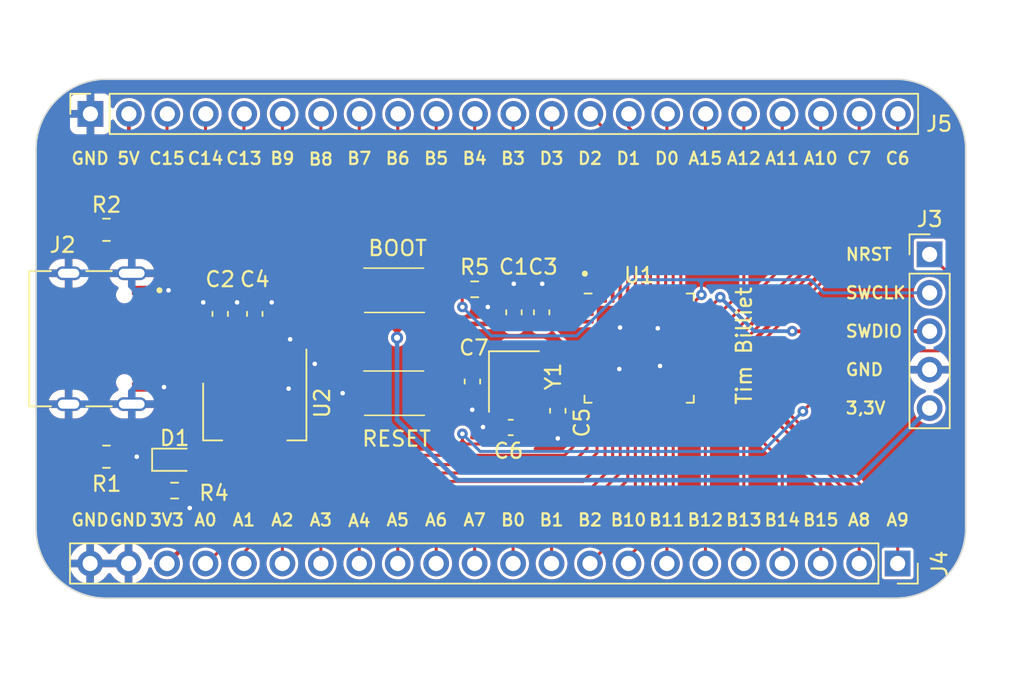
<source format=kicad_pcb>
(kicad_pcb (version 20240108) (generator "pcbnew") (generator_version "8.0")
  (layers (0 "F.Cu" signal) (31 "B.Cu" signal) (34 "B.Paste" user) (35 "F.Paste" user) (36 "B.SilkS" user "B.Silkscreen") (37 "F.SilkS" user "F.Silkscreen") (38 "B.Mask" user) (39 "F.Mask" user) (44 "Edge.Cuts" user))
  (net 0 "")
  (net 1 "+3V3")
  (net 2 "GND")
  (net 3 "+5V")
  (net 4 "NRST")
  (net 5 "OSC_OUT")
  (net 6 "OSC_IN")
  (net 7 "SWCLK{slash}BOOT0")
  (net 10 "Net-(J2-CC2)")
  (net 14 "SWDIO")
  (net 15 "Net-(J5-Pin_3)")
  (net 16 "Net-(J4-Pin_19)")
  (net 17 "Net-(J4-Pin_18)")
  (net 18 "Net-(J4-Pin_17)")
  (net 19 "Net-(J4-Pin_16)")
  (net 20 "Net-(J4-Pin_15)")
  (net 21 "Net-(J4-Pin_14)")
  (net 22 "Net-(J4-Pin_13)")
  (net 23 "Net-(J4-Pin_12)")
  (net 24 "Net-(J4-Pin_9)")
  (net 25 "Net-(J4-Pin_8)")
  (net 26 "Net-(J4-Pin_7)")
  (net 27 "Net-(J4-Pin_6)")
  (net 28 "Net-(J4-Pin_5)")
  (net 29 "Net-(J4-Pin_4)")
  (net 30 "Net-(J4-Pin_3)")
  (net 31 "Net-(J4-Pin_2)")
  (net 32 "Net-(J4-Pin_1)")
  (net 33 "Net-(J4-Pin_11)")
  (net 34 "Net-(J4-Pin_10)")
  (net 35 "Net-(J5-Pin_20)")
  (net 36 "Net-(J5-Pin_19)")
  (net 37 "Net-(J5-Pin_18)")
  (net 38 "Net-(J5-Pin_17)")
  (net 39 "Net-(J5-Pin_16)")
  (net 40 "Net-(J5-Pin_15)")
  (net 41 "Net-(J5-Pin_14)")
  (net 42 "Net-(J5-Pin_13)")
  (net 43 "Net-(J5-Pin_12)")
  (net 44 "Net-(J5-Pin_11)")
  (net 45 "Net-(J5-Pin_10)")
  (net 46 "Net-(J5-Pin_9)")
  (net 47 "Net-(J5-Pin_8)")
  (net 48 "Net-(J5-Pin_7)")
  (net 49 "Net-(J5-Pin_6)")
  (net 50 "Net-(J5-Pin_5)")
  (net 51 "Net-(J5-Pin_4)")
  (net 52 "Net-(D1-K)")
  (net 53 "Net-(J2-CC1)")
  (net 55 "Net-(J5-Pin_21)")
  (net 56 "Net-(J5-Pin_22)")
  (footprint "LED_SMD:LED_0603_1608Metric" (layer "F.Cu") (at 140.5 99.2)
    (property "Reference" "D1")
    (property "Value" "LED")
  )
  (footprint "Connector_PinSocket_2.54mm:PinSocket_1x22_P2.54mm_Vertical" (layer "F.Cu") (at 134.94 76.3399 90)
    (property "Reference" "J5")
    (property "Value" "Conn_01x22_Socket")
  )
  (footprint "Resistor_SMD:R_0603_1608Metric" (layer "F.Cu") (at 160.3248 87.9348)
    (property "Reference" "R5")
    (property "Value" "10k")
  )
  (footprint "Capacitor_SMD:C_0603_1608Metric" (layer "F.Cu") (at 145.796 89.5604 90)
    (property "Reference" "C4")
    (property "Value" "4,7µ")
  )
  (footprint "Resistor_SMD:R_0603_1608Metric" (layer "F.Cu") (at 140.5 101.24)
    (property "Reference" "R4")
    (property "Value" "100")
  )
  (footprint "Capacitor_SMD:C_0603_1608Metric" (layer "F.Cu") (at 160.1724 94.0308 -90)
    (property "Reference" "C7")
    (property "Value" "24pF")
  )
  (footprint "Button:TS1088R02026" (layer "F.Cu") (at 155 94.8)
    (property "Reference" "SW2")
    (property "Value" "SW_Push" (hide yes))
  )
  (footprint "Connector_PinSocket_2.54mm:PinSocket_1x22_P2.54mm_Vertical" (layer "F.Cu") (at 188.26 106.0579 -90)
    (property "Reference" "J4")
    (property "Value" "Conn_01x22_Socket")
  )
  (footprint "Button:TS1088R02026" (layer "F.Cu") (at 155 88 180)
    (property "Reference" "SW3")
    (property "Value" "SW_Push" (hide yes))
  )
  (footprint "Resistor_SMD:R_0805_2012Metric" (layer "F.Cu") (at 136 99)
    (property "Reference" "R1")
    (property "Value" "5,1k")
  )
  (footprint "Package_TO_SOT_SMD:SOT-223-3_TabPin2" (layer "F.Cu") (at 145.796 96.012 -90)
    (property "Reference" "U2")
    (property "Value" "AMS1117-3.3")
  )
  (footprint "Crystal:Crystal_SMD_3225-4Pin_3.2x2.5mm" (layer "F.Cu") (at 162.9156 94.0308 -90)
    (property "Reference" "Y1")
    (property "Value" "Crystal")
  )
  (footprint "Capacitor_SMD:C_0603_1608Metric" (layer "F.Cu") (at 162.7012 97.0676 180)
    (property "Reference" "C6")
    (property "Value" "24pF")
  )
  (footprint "Capacitor_SMD:C_0603_1608Metric" (layer "F.Cu") (at 143.51 89.5604 90)
    (property "Reference" "C2")
    (property "Value" "10uF")
  )
  (footprint "Capacitor_SMD:C_0603_1608Metric" (layer "F.Cu") (at 165.8112 95.9612 -90)
    (property "Reference" "C5")
    (property "Value" "100n")
  )
  (footprint "Connector_PinHeader_2.54mm:PinHeader_1x05_P2.54mm_Vertical" (layer "F.Cu") (at 190.3726 85.628)
    (property "Reference" "J3")
    (property "Value" "Conn_01x05_Pin")
  )
  (footprint "Capacitor_SMD:C_0603_1608Metric" (layer "F.Cu") (at 164.7444 89.4588 90)
    (property "Reference" "C3")
    (property "Value" "100n")
  )
  (footprint "Afstandsbediening:HRO_TYPE-C-31-M-12" (layer "F.Cu") (at 133.5 91.2 -90)
    (property "Reference" "J2")
    (property "Value" "TYPE-C-31-M-12")
  )
  (footprint "Resistor_SMD:R_0805_2012Metric" (layer "F.Cu") (at 136 84)
    (property "Reference" "R2")
    (property "Value" "5,1k")
  )
  (footprint "Capacitor_SMD:C_0603_1608Metric" (layer "F.Cu") (at 162.9156 89.4588 90)
    (property "Reference" "C1")
    (property "Value" "10uF")
  )
  (footprint "Package_DFN_QFN:QFN-48-1EP_7x7mm_P0.5mm_EP5.6x5.6mm" (layer "F.Cu") (at 171.1848 91.8222)
    (property "Reference" "U1")
    (property "Value" "STM32G051C6Ux")
  )
  (gr_circle (center 167.6 86.9) (end 167.7 86.9) (stroke (width 0.2)) (fill none) (layer "F.SilkS"))
  (gr_line (start 188.1 108.35) (end 136 108.35) (stroke (width 0.1)) (layer "Edge.Cuts"))
  (gr_line (start 192.75 78.7) (end 192.75 103.7) (stroke (width 0.1)) (layer "Edge.Cuts"))
  (gr_arc (start 131.35 78.7) (mid 132.711953 75.411952) (end 136 74.05) (stroke (width 0.1)) (layer "Edge.Cuts"))
  (gr_arc (start 192.75 103.7) (mid 191.388047 106.988047) (end 188.1 108.35) (stroke (width 0.1)) (layer "Edge.Cuts"))
  (gr_arc (start 136 108.35) (mid 132.711953 106.988047) (end 131.35 103.7) (stroke (width 0.1)) (layer "Edge.Cuts"))
  (gr_line (start 131.35 78.700002) (end 131.35 103.7) (stroke (width 0.1)) (layer "Edge.Cuts"))
  (gr_line (start 188.1 74.05) (end 136 74.05) (stroke (width 0.1)) (layer "Edge.Cuts"))
  (gr_arc (start 188.1 74.05) (mid 191.388047 75.411953) (end 192.75 78.7) (stroke (width 0.1)) (layer "Edge.Cuts"))
  (gr_text "B15\n" (at 183.18 103.65 0) (layer "F.SilkS") (effects (font (size 0.8 0.8)) (justify bottom)))
  (gr_text "B2\n" (at 167.94 103.65 0) (layer "F.SilkS") (effects (font (size 0.8 0.8)) (justify bottom)))
  (gr_text "C14" (at 142.54 79.75 0) (layer "F.SilkS") (effects (font (size 0.8 0.8)) (justify bottom)))
  (gr_text "D3" (at 165.4 79.75 0) (layer "F.SilkS") (effects (font (size 0.8 0.8)) (justify bottom)))
  (gr_text "B9\n" (at 147.62 79.75 0) (layer "F.SilkS") (effects (font (size 0.8 0.8)) (justify bottom)))
  (gr_text "GND" (at 134.92 79.75 0) (layer "F.SilkS") (effects (font (size 0.8 0.8)) (justify bottom)))
  (gr_text "B6" (at 155.24 79.75 0) (layer "F.SilkS") (effects (font (size 0.8 0.8)) (justify bottom)))
  (gr_text "B3" (at 162.86 79.75 0) (layer "F.SilkS") (effects (font (size 0.8 0.8)) (justify bottom)))
  (gr_text "B12" (at 175.56 103.65 0) (layer "F.SilkS") (effects (font (size 0.8 0.8)) (justify bottom)))
  (gr_text "A1\n" (at 145.08 103.65 0) (layer "F.SilkS") (effects (font (size 0.8 0.8)) (justify bottom)))
  (gr_text "A7" (at 160.32 103.65 0) (layer "F.SilkS") (effects (font (size 0.8 0.8)) (justify bottom)))
  (gr_text "C13" (at 145.08 79.75 0) (layer "F.SilkS") (effects (font (size 0.8 0.8)) (justify bottom)))
  (gr_text "A15" (at 175.56 79.75 0) (layer "F.SilkS") (effects (font (size 0.8 0.8)) (justify bottom)))
  (gr_text "B0" (at 162.86 103.65 0) (layer "F.SilkS") (effects (font (size 0.8 0.8)) (justify bottom)))
  (gr_text "GND" (at 184.75 93.248 0) (layer "F.SilkS") (effects (font (size 0.8 0.8)) (justify left)))
  (gr_text "A10\n" (at 183.18 79.75 0) (layer "F.SilkS") (effects (font (size 0.8 0.8)) (justify bottom)))
  (gr_text "A0" (at 142.54 103.65 0) (layer "F.SilkS") (effects (font (size 0.8 0.8)) (justify bottom)))
  (gr_text "RESET\n" (at 152.8 98.4 0) (layer "F.SilkS") (effects (font (size 1 1)) (justify left bottom)))
  (gr_text "A12" (at 178.1 79.75 0) (layer "F.SilkS") (effects (font (size 0.8 0.8)) (justify bottom)))
  (gr_text "C6" (at 188.26 79.75 0) (layer "F.SilkS") (effects (font (size 0.8 0.8)) (justify bottom)))
  (gr_text "C15\n" (at 140 79.75 0) (layer "F.SilkS") (effects (font (size 0.8 0.8)) (justify bottom)))
  (gr_text "B14" (at 180.64 103.65 0) (layer "F.SilkS") (effects (font (size 0.8 0.8)) (justify bottom)))
  (gr_text "A9" (at 188.26 103.65 0) (layer "F.SilkS") (effects (font (size 0.8 0.8)) (justify bottom)))
  (gr_text "B8" (at 150.16 79.8 0) (layer "F.SilkS") (effects (font (size 0.8 0.8)) (justify bottom)))
  (gr_text "B13\n" (at 178.1 103.65 0) (layer "F.SilkS") (effects (font (size 0.8 0.8)) (justify bottom)))
  (gr_text "A8\n" (at 185.72 103.65 0) (layer "F.SilkS") (effects (font (size 0.8 0.8)) (justify bottom)))
  (gr_text "B5" (at 157.78 79.75 0) (layer "F.SilkS") (effects (font (size 0.8 0.8)) (justify bottom)))
  (gr_text "B10" (at 170.48 103.65 0) (layer "F.SilkS") (effects (font (size 0.8 0.8)) (justify bottom)))
  (gr_text "B7" (at 152.7 79.75 0) (layer "F.SilkS") (effects (font (size 0.8 0.8)) (justify bottom)))
  (gr_text "3V3\n" (at 140 103.65 0) (layer "F.SilkS") (effects (font (size 0.8 0.8)) (justify bottom)))
  (gr_text "A3" (at 150.16 103.65 0) (layer "F.SilkS") (effects (font (size 0.8 0.8)) (justify bottom)))
  (gr_text "A2\n" (at 147.62 103.65 0) (layer "F.SilkS") (effects (font (size 0.8 0.8)) (justify bottom)))
  (gr_text "B4" (at 160.32 79.75 0) (layer "F.SilkS") (effects (font (size 0.8 0.8)) (justify bottom)))
  (gr_text "5V" (at 137.46 79.75 0) (layer "F.SilkS") (effects (font (size 0.8 0.8)) (justify bottom)))
  (gr_text "SWCLK" (at 184.75 88.168 0) (layer "F.SilkS") (effects (font (size 0.8 0.8)) (justify left)))
  (gr_text "Tim Billiet" (at 178.7 95.65 90) (layer "F.SilkS") (effects (font (size 1 1)) (justify left bottom)))
  (gr_text "3,3V" (at 184.75 95.788 0) (layer "F.SilkS") (effects (font (size 0.8 0.8)) (justify left)))
  (gr_text "A11" (at 180.64 79.75 0) (layer "F.SilkS") (effects (font (size 0.8 0.8)) (justify bottom)))
  (gr_text "C7" (at 185.72 79.75 0) (layer "F.SilkS") (effects (font (size 0.8 0.8)) (justify bottom)))
  (gr_text "A5" (at 155.24 103.65 0) (layer "F.SilkS") (effects (font (size 0.8 0.8)) (justify bottom)))
  (gr_text "D0" (at 173.02 79.75 0) (layer "F.SilkS") (effects (font (size 0.8 0.8)) (justify bottom)))
  (gr_text "D2" (at 167.94 79.75 0) (layer "F.SilkS") (effects (font (size 0.8 0.8)) (justify bottom)))
  (gr_text "A4" (at 152.7 103.7 0) (layer "F.SilkS") (effects (font (size 0.8 0.8)) (justify bottom)))
  (gr_text "BOOT\n" (at 153.2 85.8 0) (layer "F.SilkS") (effects (font (size 1 1)) (justify left bottom)))
  (gr_text "D1" (at 170.48 79.75 0) (layer "F.SilkS") (effects (font (size 0.8 0.8)) (justify bottom)))
  (gr_text "B1\n" (at 165.4 103.65 0) (layer "F.SilkS") (effects (font (size 0.8 0.8)) (justify bottom)))
  (gr_text "NRST" (at 184.75 85.628 0) (layer "F.SilkS") (effects (font (size 0.8 0.8)) (justify left)))
  (gr_text "SWDIO" (at 184.75 90.708 0) (layer "F.SilkS") (effects (font (size 0.8 0.8)) (justify left)))
  (gr_text "GND" (at 134.92 103.65 0) (layer "F.SilkS") (effects (font (size 0.8 0.8)) (justify bottom)))
  (gr_text "B11" (at 173.02 103.65 0) (layer "F.SilkS") (effects (font (size 0.8 0.8)) (justify bottom)))
  (gr_text "GND" (at 137.46 103.65 0) (layer "F.SilkS") (effects (font (size 0.8 0.8)) (justify bottom)))
  (gr_text "A6" (at 157.78 103.65 0) (layer "F.SilkS") (effects (font (size 0.8 0.8)) (justify bottom)))
  (segment (start 141.2875 99.2) (end 141.3255 99.162) (width 0.3) (layer "F.Cu") (net 1))
  (segment (start 145.796 99.162) (end 145.796 100.2619) (width 0.3) (layer "F.Cu") (net 1))
  (segment (start 155.194 90.2716) (end 155.2448 90.2208) (width 0.3) (layer "F.Cu") (net 1))
  (segment (start 145.9106 90.2208) (end 152.3492 90.2208) (width 0.3) (layer "F.Cu") (net 1))
  (segment (start 145.7582 90.4748) (end 145.796 90.437) (width 0.8) (layer "F.Cu") (net 1))
  (segment (start 145.796 92.862) (end 145.796 99.162) (width 0.3) (layer "F.Cu") (net 1))
  (segment (start 152.3492 90.2208) (end 152.8064 90.2208) (width 0.3) (layer "F.Cu") (net 1))
  (segment (start 155.194 90.7) (end 155.2208 90.7) (width 0.3) (layer "F.Cu") (net 1))
  (segment (start 164.7444 90.2338) (end 165.5338 90.2338) (width 0.3) (layer "F.Cu") (net 1))
  (segment (start 152.781 90.1954) (end 152.8064 90.2208) (width 0.3) (layer "F.Cu") (net 1))
  (segment (start 154.7 90.2208) (end 155.2448 90.2208) (width 0.3) (layer "F.Cu") (net 1))
  (segment (start 145.796 90.437) (end 145.796 92.862) (width 0.3) (layer "F.Cu") (net 1))
  (segment (start 155.2208 90.7) (end 155.7 90.2208) (width 0.3) (layer "F.Cu") (net 1))
  (segment (start 152.781 89.7128) (end 152.781 90.1954) (width 0.3) (layer "F.Cu") (net 1))
  (segment (start 155.194 90.7) (end 155.194 90.2716) (width 0.3) (layer "F.Cu") (net 1))
  (segment (start 152.781 89.7128) (end 152.781 89.789) (width 0.3) (layer "F.Cu") (net 1))
  (segment (start 141.2995 99.2) (end 141.3375 99.162) (width 0.3) (layer "F.Cu") (net 1))
  (segment (start 162.9156 90.2338) (end 164.7444 90.2338) (width 0.3) (layer "F.Cu") (net 1))
  (segment (start 155.2208 90.7) (end 155.1792 90.7) (width 0.3) (layer "F.Cu") (net 1))
  (segment (start 155.194 91.1352) (end 155.194 90.7) (width 0.3) (layer "F.Cu") (net 1))
  (segment (start 166.3722 91.0722) (end 167.7473 91.0722) (width 0.3) (layer "F.Cu") (net 1))
  (segment (start 162.9026 90.2208) (end 162.9156 90.2338) (width 0.3) (layer "F.Cu") (net 1))
  (segment (start 152.781 89.789) (end 152.3492 90.2208) (width 0.3) (layer "F.Cu") (net 1))
  (segment (start 152.781 89.8398) (end 153.162 90.2208) (width 0.3) (layer "F.Cu") (net 1))
  (segment (start 155.7 90.2208) (end 162.9026 90.2208) (width 0.3) (layer "F.Cu") (net 1))
  (segment (start 152.781 89.7128) (end 152.781 89.8398) (width 0.3) (layer "F.Cu") (net 1))
  (segment (start 153.162 90.2208) (end 154.7 90.2208) (width 0.3) (layer "F.Cu") (net 1))
  (segment (start 141.3255 99.162) (end 145.796 99.162) (width 0.3) (layer "F.Cu") (net 1))
  (segment (start 152.781 87.95) (end 152.781 89.7128) (width 0.3) (layer "F.Cu") (net 1))
  (segment (start 165.5338 90.2338) (end 166.3722 91.0722) (width 0.3) (layer "F.Cu") (net 1))
  (segment (start 145.796 100.2619) (end 140 106.0579) (width 0.3) (layer "F.Cu") (net 1))
  (segment (start 152.8064 90.2208) (end 153.162 90.2208) (width 0.3) (layer "F.Cu") (net 1))
  (segment (start 155.2448 90.2208) (end 155.7 90.2208) (width 0.3) (layer "F.Cu") (net 1))
  (segment (start 155.1792 90.7) (end 154.7 90.2208) (width 0.3) (layer "F.Cu") (net 1))
  (segment (start 152.715 87.884) (end 152.781 87.95) (width 0.3) (layer "F.Cu") (net 1))
  (via (at 155.194 91.1352) (size 0.8) (drill 0.4) (layers "F.Cu" "B.Cu") (net 1))
  (segment (start 155.194 91.1352) (end 155.194 96.5708) (width 0.3) (layer "B.Cu") (net 1))
  (segment (start 159.1732 100.55) (end 185.6106 100.55) (width 0.3) (layer "B.Cu") (net 1))
  (segment (start 185.6106 100.55) (end 190.3726 95.788) (width 0.3) (layer "B.Cu") (net 1))
  (segment (start 155.194 96.5708) (end 159.1732 100.55) (width 0.3) (layer "B.Cu") (net 1))
  (segment (start 161.1884 87.9734) (end 161.1498 87.9348) (width 0.5) (layer "F.Cu") (net 2))
  (segment (start 160.9004 97.0676) (end 160.8724 97.0396) (width 0.5) (layer "F.Cu") (net 2))
  (segment (start 145.809 88.7984) (end 145.796 88.7854) (width 0.5) (layer "F.Cu") (net 2))
  (segment (start 148.121 92.837) (end 148.096 92.862) (width 0.8) (layer "F.Cu") (net 2))
  (segment (start 148.0964 92.8624) (end 148.096 92.862) (width 0.5) (layer "F.Cu") (net 2))
  (segment (start 160.1724 95.888) (end 160.1612 95.8992) (width 0.5) (layer "F.Cu") (net 2))
  (segment (start 164.784 88.6442) (end 164.7444 88.6838) (width 0.5) (layer "F.Cu") (net 2))
  (segment (start 170.9348 92.0722) (end 171.1848 91.8222) (width 0.3) (layer "F.Cu") (net 2))
  (segment (start 143.523 88.7984) (end 143.51 88.7854) (width 0.5) (layer "F.Cu") (net 2))
  (segment (start 145.783 88.7984) (end 145.796 88.7854) (width 0.5) (layer "F.Cu") (net 2))
  (segment (start 143.497 88.7984) (end 143.51 88.7854) (width 0.5) (layer "F.Cu") (net 2))
  (segment (start 162.9044 88.6726) (end 162.9156 88.6838) (width 0.5) (layer "F.Cu") (net 2))
  (segment (start 148.1328 92.8252) (end 148.096 92.862) (width 0.5) (layer "F.Cu") (net 2))
  (segment (start 148.0312 92.9268) (end 148.096 92.862) (width 0.5) (layer "F.Cu") (net 2))
  (segment (start 167.7473 92.0722) (end 170.9348 92.0722) (width 0.3) (layer "F.Cu") (net 2))
  (segment (start 165.8112 97.79) (end 165.8112 96.7362) (width 0.5) (layer "F.Cu") (net 2))
  (via (at 148.1328 91.2368) (size 0.7) (drill 0.3) (layers "F.Cu" "B.Cu") (net 2))
  (via (at 169.8752 93.205) (size 0.7) (drill 0.3) (layers "F.Cu" "B.Cu") (net 2))
  (via (at 164.784 87.568) (size 0.7) (drill 0.3) (layers "F.Cu" "B.Cu") (net 2))
  (via (at 144.6276 88.7984) (size 0.7) (drill 0.3) (layers "F.Cu" "B.Cu") (net 2))
  (via (at 172.4152 90.5126) (size 0.7) (drill 0.3) (layers "F.Cu" "B.Cu") (net 2))
  (via (at 149.7584 92.8624) (size 0.7) (drill 0.3) (layers "F.Cu" "B.Cu") (net 2))
  (via (at 142.3924 88.7984) (size 0.7) (drill 0.3) (layers "F.Cu" "B.Cu") (net 2))
  (via (at 146.9136 88.7984) (size 0.7) (drill 0.3) (layers "F.Cu" "B.Cu") (net 2))
  (via (at 160.8724 97.0396) (size 0.7) (drill 0.3) (layers "F.Cu" "B.Cu") (net 2))
  (via (at 160.1612 95.8992) (size 0.7) (drill 0.3) (layers "F.Cu" "B.Cu") (net 2))
  (via (at 148.0312 94.5) (size 0.7) (drill 0.3) (layers "F.Cu" "B.Cu") (net 2))
  (via (at 162.9044 87.568) (size 0.7) (drill 0.3) (layers "F.Cu" "B.Cu") (net 2))
  (via (at 141.5 102.39) (size 0.7) (drill 0.3) (layers "F.Cu" "B.Cu") (net 2))
  (via (at 139.8 94.4) (size 0.7) (drill 0.3) (layers "F.Cu" "B.Cu") (net 2))
  (via (at 161.1884 89.1032) (size 0.7) (drill 0.3) (layers "F.Cu" "B.Cu") (net 2))
  (via (at 138 99) (size 0.7) (drill 0.3) (layers "F.Cu" "B.Cu") (net 2))
  (via (at 165.8112 97.79) (size 0.7) (drill 0.3) (layers "F.Cu" "B.Cu") (net 2))
  (via (at 169.926 90.4618) (size 0.7) (drill 0.3) (layers "F.Cu" "B.Cu") (net 2))
  (via (at 172.5676 93.0018) (size 0.7) (drill 0.3) (layers "F.Cu" "B.Cu") (net 2))
  (via (at 151.6 94.8) (size 0.7) (drill 0.3) (layers "F.Cu" "B.Cu") (net 2))
  (via (at 140.1 88) (size 0.7) (drill 0.3) (layers "F.Cu" "B.Cu") (net 2))
  (segment (start 140.5 82.5) (end 141 83) (width 0.25) (layer "F.Cu") (net 3))
  (segment (start 140.1 93.6) (end 141.1976 93.6) (width 0.3) (layer "F.Cu") (net 3))
  (segment (start 140.28995 88.8) (end 140 88.8) (width 0.3) (layer "F.Cu") (net 3))
  (segment (start 139.5 88.8) (end 138.25 88.8) (width 0.3) (layer "F.Cu") (net 3))
  (segment (start 139.8 89) (end 139.6 88.8) (width 0.3) (layer "F.Cu") (net 3))
  (segment (start 140 88.8) (end 139.8 89) (width 0.3) (layer "F.Cu") (net 3))
  (segment (start 141 83) (end 141 88.08995) (width 0.3) (layer "F.Cu") (net 3))
  (segment (start 139.8 88.8) (end 139.8 89) (width 0.3) (layer "F.Cu") (net 3))
  (segment (start 143.51 90.437) (end 143.51 90.424) (width 0.5) (layer "F.Cu") (net 3))
  (segment (start 137.48 79.48) (end 140.5 82.5) (width 0.25) (layer "F.Cu") (net 3))
  (segment (start 139.6 88.8) (end 139.5 88.8) (width 0.3) (layer "F.Cu") (net 3))
  (segment (start 140.1 93.6) (end 139.8 93.3) (width 0.3) (layer "F.Cu") (net 3))
  (segment (start 139.8 93.3) (end 139.5 93.6) (width 0.3) (layer "F.Cu") (net 3))
  (segment (start 141.1976 93.6) (end 141.9356 92.862) (width 0.3) (layer "F.Cu") (net 3))
  (segment (start 139.8 89) (end 139.8 93.3) (width 0.3) (layer "F.Cu") (net 3))
  (segment (start 143.51 90.424) (end 143.496 90.438) (width 0.5) (layer "F.Cu") (net 3))
  (segment (start 143.51 92.848) (end 143.496 92.862) (width 0.8) (layer "F.Cu") (net 3))
  (segment (start 141 88.08995) (end 140.28995 88.8) (width 0.3) (layer "F.Cu") (net 3))
  (segment (start 139.8 93.3) (end 139.8 93.6) (width 0.3) (layer "F.Cu") (net 3))
  (segment (start 139.5 93.6) (end 140.1 93.6) (width 0.3) (layer "F.Cu") (net 3))
  (segment (start 141.9356 92.862) (end 143.496 92.862) (width 0.3) (layer "F.Cu") (net 3))
  (segment (start 143.496 90.438) (end 143.496 92.862) (width 0.3) (layer "F.Cu") (net 3))
  (segment (start 138.25 93.6) (end 139.5 93.6) (width 0.3) (layer "F.Cu") (net 3))
  (segment (start 140 88.8) (end 139.5 88.8) (width 0.3) (layer "F.Cu") (net 3))
  (segment (start 137.48 76.3399) (end 137.48 79.48) (width 0.25) (layer "F.Cu") (net 3))
  (segment (start 159.3596 98.1586) (end 159.512 98.1586) (width 0.2) (layer "F.Cu") (net 4))
  (segment (start 166.59 93.5722) (end 167.7473 93.5722) (width 0.2) (layer "F.Cu") (net 4))
  (segment (start 158.2042 98.1586) (end 159.3596 98.1586) (width 0.2) (layer "F.Cu") (net 4))
  (segment (start 159.512 97.4852) (end 159.512 97.9424) (width 0.2) (layer "F.Cu") (net 4))
  (segment (start 165.8112 95.1862) (end 165.8112 94.351) (width 0.2) (layer "F.Cu") (net 4))
  (segment (start 159.512 98.1586) (end 159.6644 98.1586) (width 0.2) (layer "F.Cu") (net 4))
  (segment (start 159.512 97.9424) (end 159.3596 98.0948) (width 0.2) (layer "F.Cu") (net 4))
  (segment (start 159.512 97.9424) (end 159.512 98.1586) (width 0.2) (layer "F.Cu") (net 4))
  (segment (start 157.225 94.7928) (end 157.2768 94.8446) (width 0.3) (layer "F.Cu") (net 4))
  (segment (start 157.2768 97.2312) (end 158.2042 98.1586) (width 0.2) (layer "F.Cu") (net 4))
  (segment (start 164.846 95.6056) (end 164.846 97.378761) (width 0.2) (layer "F.Cu") (net 4))
  (segment (start 157.2768 94.8446) (end 157.2768 97.2312) (width 0.2) (layer "F.Cu") (net 4))
  (segment (start 186 92) (end 191 92) (width 0.2) (layer "F.Cu") (net 4))
  (segment (start 159.3596 98.0948) (end 159.3596 98.1586) (width 0.2) (layer "F.Cu") (net 4))
  (segment (start 182 96) (end 186 92) (width 0.2) (layer "F.Cu") (net 4))
  (segment (start 192 87.2554) (end 190.3726 85.628) (width 0.2) (layer "F.Cu") (net 4))
  (segment (start 159.512 97.9424) (end 159.6644 98.0948) (width 0.2) (layer "F.Cu") (net 4))
  (segment (start 159.6644 98.0948) (end 159.6644 98.1586) (width 0.2) (layer "F.Cu") (net 4))
  (segment (start 165.8112 95.1862) (end 165.2654 95.1862) (width 0.2) (layer "F.Cu") (net 4))
  (segment (start 164.846 97.378761) (end 164.066161 98.1586) (width 0.2) (layer "F.Cu") (net 4))
  (segment (start 165.2654 95.1862) (end 164.846 95.6056) (width 0.2) (layer "F.Cu") (net 4))
  (segment (start 192 91) (end 192 87.2554) (width 0.2) (layer "F.Cu") (net 4))
  (segment (start 164.066161 98.1586) (end 163.9824 98.1586) (width 0.2) (layer "F.Cu") (net 4))
  (segment (start 165.8112 94.351) (end 166.59 93.5722) (width 0.2) (layer "F.Cu") (net 4))
  (segment (start 159.6644 98.1586) (end 163.9824 98.1586) (width 0.2) (layer "F.Cu") (net 4))
  (segment (start 191 92) (end 192 91) (width 0.2) (layer "F.Cu") (net 4))
  (via (at 159.512 97.4852) (size 0.7) (drill 0.3) (layers "F.Cu" "B.Cu") (net 4))
  (via (at 182 96) (size 0.7) (drill 0.3) (layers "F.Cu" "B.Cu") (net 4))
  (segment (start 182 96) (end 179.3464 98.6536) (width 0.2) (layer "B.Cu") (net 4))
  (segment (start 190.3726 85.628) (end 190.928 85.628) (width 0.2) (layer "B.Cu") (net 4))
  (segment (start 179.3464 98.6536) (end 160.6804 98.6536) (width 0.2) (layer "B.Cu") (net 4))
  (segment (start 160.6804 98.6536) (end 159.512 97.4852) (width 0.2) (layer "B.Cu") (net 4))
  (segment (start 167.7473 93.0722) (end 165.9278 93.0722) (width 0.2) (layer "F.Cu") (net 5))
  (segment (start 163.7656 96.2016) (end 163.7656 95.1308) (width 0.2) (layer "F.Cu") (net 5))
  (segment (start 163.768 96.204) (end 163.7656 96.2016) (width 0.2) (layer "F.Cu") (net 5))
  (segment (start 163.8692 95.1308) (end 163.7656 95.1308) (width 0.2) (layer "F.Cu") (net 5))
  (segment (start 165.9278 93.0722) (end 163.8692 95.1308) (width 0.2) (layer "F.Cu") (net 5))
  (segment (start 163.6906 95.2058) (end 163.7656 95.1308) (width 0.3) (layer "F.Cu") (net 5))
  (segment (start 163.4762 96.4958) (end 163.768 96.204) (width 0.2) (layer "F.Cu") (net 5))
  (segment (start 163.4762 97.0676) (end 163.4762 96.4958) (width 0.2) (layer "F.Cu") (net 5))
  (segment (start 167.7473 92.5722) (end 165.9274 92.5722) (width 0.2) (layer "F.Cu") (net 6))
  (segment (start 162.0656 91.782) (end 162.0656 92.9308) (width 0.2) (layer "F.Cu") (net 6))
  (segment (start 160.8966 93.2558) (end 161.2216 92.9308) (width 0.2) (layer "F.Cu") (net 6))
  (segment (start 161.2216 92.9308) (end 162.0656 92.9308) (width 0.2) (layer "F.Cu") (net 6))
  (segment (start 164.846 91.4908) (end 162.3568 91.4908) (width 0.2) (layer "F.Cu") (net 6))
  (segment (start 162.3568 91.4908) (end 162.0656 91.782) (width 0.2) (layer "F.Cu") (net 6))
  (segment (start 160.1724 93.2558) (end 160.8966 93.2558) (width 0.2) (layer "F.Cu") (net 6))
  (segment (start 165.9274 92.5722) (end 164.846 91.4908) (width 0.2) (layer "F.Cu") (net 6))
  (segment (start 159.449 87.884) (end 157.165 87.884) (width 0.2) (layer "F.Cu") (net 7))
  (segment (start 175.3 88.3) (end 174.6223 88.9777) (width 0.2) (layer "F.Cu") (net 7))
  (segment (start 159.4998 89.091) (end 159.512 89.1032) (width 0.2) (layer "F.Cu") (net 7))
  (segment (start 159.4998 87.9348) (end 159.4998 89.091) (width 0.2) (layer "F.Cu") (net 7))
  (segment (start 174.6223 88.9777) (end 174.6223 89.0722) (width 0.2) (layer "F.Cu") (net 7))
  (segment (start 159.4998 87.9348) (end 159.449 87.884) (width 0.2) (layer "F.Cu") (net 7))
  (via (at 175.3 88.3) (size 0.7) (drill 0.3) (layers "F.Cu" "B.Cu") (net 7))
  (via (at 159.512 89.1032) (size 0.7) (drill 0.3) (layers "F.Cu" "B.Cu") (net 7))
  (segment (start 175.3 87.5) (end 175.5 87.3) (width 0.2) (layer "B.Cu") (net 7))
  (segment (start 175.5 87.3) (end 175.3 87.3) (width 0.2) (layer "B.Cu") (net 7))
  (segment (start 175.3 88.3) (end 175.3 87.5) (width 0.2) (layer "B.Cu") (net 7))
  (segment (start 161.4188 91.01) (end 159.512 89.1032) (width 0.2) (layer "B.Cu") (net 7))
  (segment (start 190.3726 88.168) (end 183.368 88.168) (width 0.2) (layer "B.Cu") (net 7))
  (segment (start 167.054 91.01) (end 161.4188 91.01) (width 0.2) (layer "B.Cu") (net 7))
  (segment (start 170.764 87.3) (end 167.054 91.01) (width 0.2) (layer "B.Cu") (net 7))
  (segment (start 175.3 87.5) (end 175.1 87.3) (width 0.2) (layer "B.Cu") (net 7))
  (segment (start 175.3 87.5) (end 175.3 87.3) (width 0.2) (layer "B.Cu") (net 7))
  (segment (start 175.3 87.3) (end 175.1 87.3) (width 0.2) (layer "B.Cu") (net 7))
  (segment (start 175.1 87.3) (end 170.764 87.3) (width 0.2) (layer "B.Cu") (net 7))
  (segment (start 182.5 87.3) (end 175.5 87.3) (width 0.2) (layer "B.Cu") (net 7))
  (segment (start 183.368 88.168) (end 182.5 87.3) (width 0.2) (layer "B.Cu") (net 7))
  (segment (start 135.0875 99) (end 135.0875 94.5125) (width 0.2) (layer "F.Cu") (net 10))
  (segment (start 136.65 92.95) (end 138.25 92.95) (width 0.2) (layer "F.Cu") (net 10))
  (segment (start 135.0875 94.5125) (end 136.65 92.95) (width 0.2) (layer "F.Cu") (net 10))
  (segment (start 175.4278 89.5722) (end 174.6223 89.5722) (width 0.2) (layer "F.Cu") (net 14))
  (segment (start 181.308 90.708) (end 190.3726 90.708) (width 0.25) (layer "F.Cu") (net 14))
  (segment (start 181.3 90.7) (end 181.308 90.708) (width 0.25) (layer "F.Cu") (net 14))
  (segment (start 176.5436 88.4564) (end 175.4278 89.5722) (width 0.2) (layer "F.Cu") (net 14))
  (via (at 176.5436 88.4564) (size 0.7) (drill 0.3) (layers "F.Cu" "B.Cu") (net 14))
  (via (at 181.3 90.7) (size 0.7) (drill 0.3) (layers "F.Cu" "B.Cu") (net 14))
  (segment (start 181.3 90.7) (end 178.7872 90.7) (width 0.25) (layer "B.Cu") (net 14))
  (segment (start 178.7872 90.7) (end 176.5436 88.4564) (width 0.25) (layer "B.Cu") (net 14))
  (segment (start 166.7802 90.0722) (end 165.8112 89.1032) (width 0.2) (layer "F.Cu") (net 15))
  (segment (start 140 78.3288) (end 140 76.3399) (width 0.2) (layer "F.Cu") (net 15))
  (segment (start 165.8112 89.1032) (end 165.8112 87.1728) (width 0.2) (layer "F.Cu") (net 15))
  (segment (start 167.7473 90.0722) (end 166.7802 90.0722) (width 0.2) (layer "F.Cu") (net 15))
  (segment (start 164.1348 85.4964) (end 147.1676 85.4964) (width 0.2) (layer "F.Cu") (net 15))
  (segment (start 165.8112 87.1728) (end 164.1348 85.4964) (width 0.2) (layer "F.Cu") (net 15))
  (segment (start 147.1676 85.4964) (end 140 78.3288) (width 0.2) (layer "F.Cu") (net 15))
  (segment (start 142.6602 106.0196) (end 142.54 106.0196) (width 0.2) (layer "F.Cu") (net 16))
  (segment (start 167.7473 94.0722) (end 167.226437 94.0722) (width 0.2) (layer "F.Cu") (net 16))
  (segment (start 149.7722 98.9076) (end 142.6602 106.0196) (width 0.2) (layer "F.Cu") (net 16))
  (segment (start 166.8272 98.3488) (end 166.2684 98.9076) (width 0.2) (layer "F.Cu") (net 16))
  (segment (start 167.226437 94.0722) (end 166.8272 94.471437) (width 0.2) (layer "F.Cu") (net 16))
  (segment (start 166.2684 98.9076) (end 149.7722 98.9076) (width 0.2) (layer "F.Cu") (net 16))
  (segment (start 166.8272 94.471437) (end 166.8272 98.3488) (width 0.2) (layer "F.Cu") (net 16))
  (segment (start 167.7473 98.4447) (end 166.6748 99.5172) (width 0.2) (layer "F.Cu") (net 17))
  (segment (start 166.6748 99.5172) (end 150.8828 99.5172) (width 0.2) (layer "F.Cu") (net 17))
  (segment (start 145.08 105.32) (end 145.08 106.0196) (width 0.2) (layer "F.Cu") (net 17))
  (segment (start 150.8828 99.5172) (end 145.08 105.32) (width 0.2) (layer "F.Cu") (net 17))
  (segment (start 167.7473 94.5722) (end 167.7473 98.4447) (width 0.2) (layer "F.Cu") (net 17))
  (segment (start 152.324 100.076) (end 147.62 104.78) (width 0.2) (layer "F.Cu") (net 18))
  (segment (start 147.62 104.78) (end 147.62 106.0196) (width 0.2) (layer "F.Cu") (net 18))
  (segment (start 168.402 98.7552) (end 167.0812 100.076) (width 0.2) (layer "F.Cu") (net 18))
  (segment (start 167.0812 100.076) (end 152.324 100.076) (width 0.2) (layer "F.Cu") (net 18))
  (segment (start 168.402 95.3941) (end 168.402 98.7552) (width 0.2) (layer "F.Cu") (net 18))
  (segment (start 168.4528 95.3433) (end 168.402 95.3941) (width 0.2) (layer "F.Cu") (net 18))
  (segment (start 168.9348 95.2597) (end 168.9348 99.1876) (width 0.2) (layer "F.Cu") (net 19))
  (segment (start 168.9348 99.1876) (end 167.4876 100.6348) (width 0.2) (layer "F.Cu") (net 19))
  (segment (start 154.2652 100.6348) (end 150.16 104.74) (width 0.2) (layer "F.Cu") (net 19))
  (segment (start 150.16 104.74) (end 150.16 106.0579) (width 0.2) (layer "F.Cu") (net 19))
  (segment (start 167.4876 100.6348) (end 154.2652 100.6348) (width 0.2) (layer "F.Cu") (net 19))
  (segment (start 152.7 104.65) (end 152.7 106.0196) (width 0.2) (layer "F.Cu") (net 20))
  (segment (start 167.8432 101.2444) (end 156.1056 101.2444) (width 0.2) (layer "F.Cu") (net 20))
  (segment (start 156.1056 101.2444) (end 152.7 104.65) (width 0.2) (layer "F.Cu") (net 20))
  (segment (start 169.4348 95.2597) (end 169.4348 99.6528) (width 0.2) (layer "F.Cu") (net 20))
  (segment (start 169.4348 99.6528) (end 167.8432 101.2444) (width 0.2) (layer "F.Cu") (net 20))
  (segment (start 169.9348 95.2597) (end 169.9348 100.0672) (width 0.2) (layer "F.Cu") (net 21))
  (segment (start 169.9348 100.0672) (end 168.148 101.854) (width 0.2) (layer "F.Cu") (net 21))
  (segment (start 155.24 104.16) (end 155.24 106.0196) (width 0.2) (layer "F.Cu") (net 21))
  (segment (start 168.148 101.854) (end 157.546 101.854) (width 0.2) (layer "F.Cu") (net 21))
  (segment (start 157.546 101.854) (end 155.24 104.16) (width 0.2) (layer "F.Cu") (net 21))
  (segment (start 157.78 103.7892) (end 157.78 106.0196) (width 0.2) (layer "F.Cu") (net 22))
  (segment (start 159.1056 102.4636) (end 157.78 103.7892) (width 0.2) (layer "F.Cu") (net 22))
  (segment (start 170.4348 100.5324) (end 168.5036 102.4636) (width 0.2) (layer "F.Cu") (net 22))
  (segment (start 168.5036 102.4636) (end 159.1056 102.4636) (width 0.2) (layer "F.Cu") (net 22))
  (segment (start 170.4348 95.2597) (end 170.4348 100.5324) (width 0.2) (layer "F.Cu") (net 22))
  (segment (start 170.9348 100.9976) (end 168.8592 103.0732) (width 0.2) (layer "F.Cu") (net 23))
  (segment (start 160.32 104.2464) (end 160.32 106.0196) (width 0.2) (layer "F.Cu") (net 23))
  (segment (start 161.4932 103.0732) (end 160.32 104.2464) (width 0.2) (layer "F.Cu") (net 23))
  (segment (start 170.9348 95.2597) (end 170.9348 100.9976) (width 0.2) (layer "F.Cu") (net 23))
  (segment (start 168.8592 103.0732) (end 161.4932 103.0732) (width 0.2) (layer "F.Cu") (net 23))
  (segment (start 169.926 104.8004) (end 172.4348 102.2916) (width 0.2) (layer "F.Cu") (net 24))
  (segment (start 167.94 106.0196) (end 169.1592 104.8004) (width 0.2) (layer "F.Cu") (net 24))
  (segment (start 169.1592 104.8004) (end 169.926 104.8004) (width 0.2) (layer "F.Cu") (net 24))
  (segment (start 172.4348 102.2916) (end 172.4348 95.2597) (width 0.2) (layer "F.Cu") (net 24))
  (segment (start 172.9348 95.2597) (end 172.9348 103.1632) (width 0.2) (layer "F.Cu") (net 25))
  (segment (start 172.9348 103.1632) (end 170.48 105.618) (width 0.2) (layer "F.Cu") (net 25))
  (segment (start 170.48 105.618) (end 170.48 106.0196) (width 0.2) (layer "F.Cu") (net 25))
  (segment (start 173.4348 103.984) (end 173.02 104.3988) (width 0.2) (layer "F.Cu") (net 26))
  (segment (start 173.4348 95.2597) (end 173.4348 103.984) (width 0.2) (layer "F.Cu") (net 26))
  (segment (start 173.02 104.3988) (end 173.02 106.0196) (width 0.2) (layer "F.Cu") (net 26))
  (segment (start 175.56 96.8849) (end 173.9348 95.2597) (width 0.2) (layer "F.Cu") (net 27))
  (segment (start 175.56 106.0196) (end 175.56 96.8849) (width 0.2) (layer "F.Cu") (net 27))
  (segment (start 178.1 98.0499) (end 174.6223 94.5722) (width 0.2) (layer "F.Cu") (net 28))
  (segment (start 178.1 106.0196) (end 178.1 98.0499) (width 0.2) (layer "F.Cu") (net 28))
  (segment (start 180.64 106.0196) (end 180.64 99.3092) (width 0.2) (layer "F.Cu") (net 29))
  (segment (start 180.64 99.3092) (end 175.403 94.0722) (width 0.2) (layer "F.Cu") (net 29))
  (segment (start 175.403 94.0722) (end 174.6223 94.0722) (width 0.2) (layer "F.Cu") (net 29))
  (segment (start 183.1848 100.7872) (end 183.1848 106.0148) (width 0.2) (layer "F.Cu") (net 30))
  (segment (start 175.9698 93.5722) (end 183.1848 100.7872) (width 0.2) (layer "F.Cu") (net 30))
  (segment (start 183.1848 106.0148) (end 183.18 106.0196) (width 0.2) (layer "F.Cu") (net 30))
  (segment (start 174.6223 93.5722) (end 175.9698 93.5722) (width 0.2) (layer "F.Cu") (net 30))
  (segment (start 176.6382 93.0722) (end 174.6223 93.0722) (width 0.2) (layer "F.Cu") (net 31))
  (segment (start 185.7248 106.0148) (end 185.7248 102.1588) (width 0.2) (layer "F.Cu") (net 31))
  (segment (start 185.7248 102.1588) (end 176.6382 93.0722) (width 0.2) (layer "F.Cu") (net 31))
  (segment (start 185.72 106.0196) (end 185.7248 106.0148) (width 0.2) (layer "F.Cu") (net 31))
  (segment (start 177.5098 92.5722) (end 174.6223 92.5722) (width 0.2) (layer "F.Cu") (net 32))
  (segment (start 188.26 106.0196) (end 188.2648 106.0148) (width 0.2) (layer "F.Cu") (net 32))
  (segment (start 188.2648 106.0148) (end 188.2648 103.3272) (width 0.2) (layer "F.Cu") (net 32))
  (segment (start 188.2648 103.3272) (end 177.5098 92.5722) (width 0.2) (layer "F.Cu") (net 32))
  (segment (start 171.4348 101.4628) (end 169.164 103.7336) (width 0.2) (layer "F.Cu") (net 33))
  (segment (start 169.164 103.7336) (end 163.83 103.7336) (width 0.2) (layer "F.Cu") (net 33))
  (segment (start 171.4348 95.2597) (end 171.4348 101.4628) (width 0.2) (layer "F.Cu") (net 33))
  (segment (start 162.86 104.7036) (end 162.86 106.0196) (width 0.2) (layer "F.Cu") (net 33))
  (segment (start 163.83 103.7336) (end 162.86 104.7036) (width 0.2) (layer "F.Cu") (net 33))
  (segment (start 165.4 104.9068) (end 165.4 106.0196) (width 0.2) (layer "F.Cu") (net 34))
  (segment (start 169.4688 104.2924) (end 166.0144 104.2924) (width 0.2) (layer "F.Cu") (net 34))
  (segment (start 171.9348 101.8264) (end 169.4688 104.2924) (width 0.2) (layer "F.Cu") (net 34))
  (segment (start 166.0144 104.2924) (end 165.4 104.9068) (width 0.2) (layer "F.Cu") (net 34))
  (segment (start 171.9348 95.2597) (end 171.9348 101.8264) (width 0.2) (layer "F.Cu") (net 34))
  (segment (start 177.1518 91.0722) (end 183.18 85.044) (width 0.2) (layer "F.Cu") (net 35))
  (segment (start 183.18 85.044) (end 183.18 76.3782) (width 0.2) (layer "F.Cu") (net 35))
  (segment (start 174.6223 91.0722) (end 177.1518 91.0722) (width 0.2) (layer "F.Cu") (net 35))
  (segment (start 176.5342 90.5722) (end 180.64 86.4664) (width 0.2) (layer "F.Cu") (net 36))
  (segment (start 174.6223 90.5722) (end 176.5342 90.5722) (width 0.2) (layer "F.Cu") (net 36))
  (segment (start 180.64 86.4664) (end 180.64 76.3782) (width 0.2) (layer "F.Cu") (net 36))
  (segment (start 175.9674 90.0722) (end 178.1 87.9396) (width 0.2) (layer "F.Cu") (net 37))
  (segment (start 174.6223 90.0722) (end 175.9674 90.0722) (width 0.2) (layer "F.Cu") (net 37))
  (segment (start 178.1 87.9396) (end 178.1 76.3782) (width 0.2) (layer "F.Cu") (net 37))
  (segment (start 175.56 77.932) (end 175.56 76.3782) (width 0.2) (layer "F.Cu") (net 38))
  (segment (start 173.9348 88.3847) (end 173.9348 79.5572) (width 0.2) (layer "F.Cu") (net 38))
  (segment (start 173.9348 79.5572) (end 175.56 77.932) (width 0.2) (layer "F.Cu") (net 38))
  (segment (start 173.4348 88.3847) (end 173.4348 78.642) (width 0.2) (layer "F.Cu") (net 39))
  (segment (start 173.4348 78.642) (end 173.02 78.2272) (width 0.2) (layer "F.Cu") (net 39))
  (segment (start 173.02 78.2272) (end 173.02 76.3782) (width 0.2) (layer "F.Cu") (net 39))
  (segment (start 170.48 77.2112) (end 170.48 76.3782) (width 0.2) (layer "F.Cu") (net 40))
  (segment (start 172.9348 88.3847) (end 172.9348 79.666) (width 0.2) (layer "F.Cu") (net 40))
  (segment (start 172.9348 79.666) (end 170.48 77.2112) (width 0.2) (layer "F.Cu") (net 40))
  (segment (start 169.5196 77.978) (end 169.5196 77.9578) (width 0.2) (layer "F.Cu") (net 41))
  (segment (start 169.5196 77.9578) (end 167.94 76.3782) (width 0.2) (layer "F.Cu") (net 41))
  (segment (start 172.4348 80.8932) (end 169.5196 77.978) (width 0.2) (layer "F.Cu") (net 41))
  (segment (start 172.4348 88.3847) (end 172.4348 80.8932) (width 0.2) (layer "F.Cu") (net 41))
  (segment (start 171.9348 88.3847) (end 171.9348 81.46) (width 0.2) (layer "F.Cu") (net 42))
  (segment (start 171.9348 81.46) (end 169.2656 78.7908) (width 0.2) (layer "F.Cu") (net 42))
  (segment (start 165.4 78.3288) (end 165.4 76.3782) (width 0.2) (layer "F.Cu") (net 42))
  (segment (start 165.862 78.7908) (end 165.4 78.3288) (width 0.2) (layer "F.Cu") (net 42))
  (segment (start 169.2656 78.7908) (end 165.862 78.7908) (width 0.2) (layer "F.Cu") (net 42))
  (segment (start 163.83 79.7052) (end 162.86 78.7352) (width 0.2) (layer "F.Cu") (net 43))
  (segment (start 162.86 78.7352) (end 162.86 76.3782) (width 0.2) (layer "F.Cu") (net 43))
  (segment (start 169.0116 79.7052) (end 163.83 79.7052) (width 0.2) (layer "F.Cu") (net 43))
  (segment (start 171.4348 88.3847) (end 171.4348 82.1284) (width 0.2) (layer "F.Cu") (net 43))
  (segment (start 171.4348 82.1284) (end 169.0116 79.7052) (width 0.2) (layer "F.Cu") (net 43))
  (segment (start 170.9348 88.3847) (end 170.9348 82.8984) (width 0.2) (layer "F.Cu") (net 44))
  (segment (start 160.32 79.294) (end 160.32 76.3782) (width 0.2) (layer "F.Cu") (net 44))
  (segment (start 161.3916 80.3656) (end 160.32 79.294) (width 0.2) (layer "F.Cu") (net 44))
  (segment (start 168.402 80.3656) (end 161.3916 80.3656) (width 0.2) (layer "F.Cu") (net 44))
  (segment (start 170.9348 82.8984) (end 168.402 80.3656) (width 0.2) (layer "F.Cu") (net 44))
  (segment (start 170.4348 88.3847) (end 170.4348 83.5668) (width 0.2) (layer "F.Cu") (net 45))
  (segment (start 170.4348 83.5668) (end 167.8432 80.9752) (width 0.2) (layer "F.Cu") (net 45))
  (segment (start 167.8432 80.9752) (end 160.5788 80.9752) (width 0.2) (layer "F.Cu") (net 45))
  (segment (start 157.78 78.1764) (end 157.78 76.3782) (width 0.2) (layer "F.Cu") (net 45))
  (segment (start 160.5788 80.9752) (end 157.78 78.1764) (width 0.2) (layer "F.Cu") (net 45))
  (segment (start 167.4368 81.6356) (end 157.7848 81.6356) (width 0.2) (layer "F.Cu") (net 46))
  (segment (start 169.9348 88.3847) (end 169.9348 84.1336) (width 0.2) (layer "F.Cu") (net 46))
  (segment (start 169.9348 84.1336) (end 167.4368 81.6356) (width 0.2) (layer "F.Cu") (net 46))
  (segment (start 157.7848 81.6356) (end 155.24 79.0908) (width 0.2) (layer "F.Cu") (net 46))
  (segment (start 155.24 79.0908) (end 155.24 76.3782) (width 0.2) (layer "F.Cu") (net 46))
  (segment (start 167.0304 82.296) (end 155.1432 82.296) (width 0.2) (layer "F.Cu") (net 47))
  (segment (start 169.4348 88.3847) (end 169.4348 84.7004) (width 0.2) (layer "F.Cu") (net 47))
  (segment (start 155.1432 82.296) (end 152.7 79.8528) (width 0.2) (layer "F.Cu") (net 47))
  (segment (start 169.4348 84.7004) (end 167.0304 82.296) (width 0.2) (layer "F.Cu") (net 47))
  (segment (start 152.7 79.8528) (end 152.7 76.3782) (width 0.2) (layer "F.Cu") (net 47))
  (segment (start 153.8732 82.9564) (end 150.16 79.2432) (width 0.2) (layer "F.Cu") (net 48))
  (segment (start 168.9348 85.4704) (end 166.4208 82.9564) (width 0.2) (layer "F.Cu") (net 48))
  (segment (start 168.9348 88.3847) (end 168.9348 85.4704) (width 0.2) (layer "F.Cu") (net 48))
  (segment (start 166.4208 82.9564) (end 153.8732 82.9564) (width 0.2) (layer "F.Cu") (net 48))
  (segment (start 150.16 79.2432) (end 150.16 76.3782) (width 0.2) (layer "F.Cu") (net 48))
  (segment (start 152.7556 83.6168) (end 147.62 78.4812) (width 0.2) (layer "F.Cu") (net 49))
  (segment (start 168.4348 88.3847) (end 168.4348 86.1388) (width 0.2) (layer "F.Cu") (net 49))
  (segment (start 147.62 78.4812) (end 147.62 76.3782) (width 0.2) (layer "F.Cu") (net 49))
  (segment (start 168.4348 86.1388) (end 165.9128 83.6168) (width 0.2) (layer "F.Cu") (net 49))
  (segment (start 165.9128 83.6168) (end 152.7556 83.6168) (width 0.2) (layer "F.Cu") (net 49))
  (segment (start 167.6598 89.0722) (end 167.0812 88.4936) (width 0.2) (layer "F.Cu") (net 50))
  (segment (start 167.0812 88.4936) (end 167.0812 85.7504) (width 0.2) (layer "F.Cu") (net 50))
  (segment (start 167.7473 89.0722) (end 167.6598 89.0722) (width 0.2) (layer "F.Cu") (net 50))
  (segment (start 165.5572 84.2264) (end 150.7236 84.2264) (width 0.2) (layer "F.Cu") (net 50))
  (segment (start 145.08 78.5828) (end 145.08 76.3782) (width 0.2) (layer "F.Cu") (net 50))
  (segment (start 150.7236 84.2264) (end 145.08 78.5828) (width 0.2) (layer "F.Cu") (net 50))
  (segment (start 167.0812 85.7504) (end 165.5572 84.2264) (width 0.2) (layer "F.Cu") (net 50))
  (segment (start 166.5224 86.2584) (end 166.5224 89.1032) (width 0.2) (layer "F.Cu") (net 51))
  (segment (start 165.1 84.836) (end 166.5224 86.2584) (width 0.2) (layer "F.Cu") (net 51))
  (segment (start 148.844 84.836) (end 165.1 84.836) (width 0.2) (layer "F.Cu") (net 51))
  (segment (start 166.9914 89.5722) (end 167.7473 89.5722) (width 0.2) (layer "F.Cu") (net 51))
  (segment (start 142.54 78.532) (end 148.844 84.836) (width 0.2) (layer "F.Cu") (net 51))
  (segment (start 142.54 76.3782) (end 142.54 78.532) (width 0.2) (layer "F.Cu") (net 51))
  (segment (start 166.5224 89.1032) (end 166.9914 89.5722) (width 0.2) (layer "F.Cu") (net 51))
  (segment (start 139.7125 99.2) (end 139.7125 101.2025) (width 0.3) (layer "F.Cu") (net 52))
  (segment (start 139.7125 101.2025) (end 139.675 101.24) (width 0.3) (layer "F.Cu") (net 52))
  (segment (start 136.85 89.95) (end 138.25 89.95) (width 0.2) (layer "F.Cu") (net 53))
  (segment (start 135.0875 88.1875) (end 136.85 89.95) (width 0.2) (layer "F.Cu") (net 53))
  (segment (start 135.0875 84) (end 135.0875 88.1875) (width 0.2) (layer "F.Cu") (net 53))
  (segment (start 177.871 91.5722) (end 185.72 83.7232) (width 0.2) (layer "F.Cu") (net 55))
  (segment (start 174.6223 91.5722) (end 177.871 91.5722) (width 0.2) (layer "F.Cu") (net 55))
  (segment (start 185.72 83.7232) (end 185.72 76.3782) (width 0.2) (layer "F.Cu") (net 55))
  (segment (start 178.641 92.0722) (end 188.26 82.4532) (width 0.2) (layer "F.Cu") (net 56))
  (segment (start 174.6223 92.0722) (end 178.641 92.0722) (width 0.2) (layer "F.Cu") (net 56))
  (segment (start 188.26 82.4532) (end 188.26 76.3782) (width 0.2) (layer "F.Cu") (net 56))
  (zone (net 2) (net_name "GND") (layer "F.Cu") (priority 1) (connect_pads (clearance 0.2)) (min_thickness 0.25) (fill yes (thermal_gap 0.5) (thermal_bridge_width 0.5))
    (polygon (pts (xy 130.2018 72.851889) (xy 193.7004 73.0504) (xy 193.7004 109.4994) (xy 130.2018 109.300889)))
  )
  (zone (net 1) (net_name "+3V3") (layer "F.Cu") (priority 2) (connect_pads thru_hole_only (clearance 0.1)) (min_thickness 0.25) (fill yes (thermal_gap 0.5) (thermal_bridge_width 0.5))
    (polygon (pts (xy 165.72 90.45) (xy 165.72 90.63) (xy 166.78 91.69) (xy 168.14 91.69) (xy 168.18 91.65) (xy 168.18 90.5) (xy 168.13 90.45)))
  )
  (zone (net 2) (net_name "GND") (layer "B.Cu") (connect_pads (clearance 0.2)) (min_thickness 0.25) (fill yes (thermal_gap 0.5) (thermal_bridge_width 0.5))
    (polygon (pts (xy 130.278 73.024413) (xy 193.7004 72.9996) (xy 193.7766 109.3216) (xy 130.278 109.470483)))
  )
)
</source>
